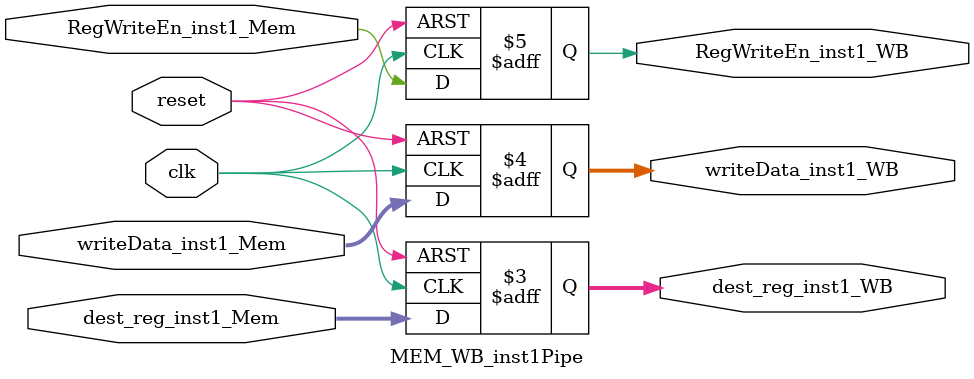
<source format=v>
module MEM_WB_inst1Pipe (
    input clk,
    input reset,
    //input [31:0] MemReadDataMem_inst1,
    //input [31:0] AluResultMem_inst1,
    input [4:0] dest_reg_inst1_Mem,
    //input [1:0] MemtoRegMem_inst1,
    input RegWriteEn_inst1_Mem ,
	 input [31:0] writeData_inst1_Mem, 

    output reg [4:0] dest_reg_inst1_WB,
	 output reg [31:0] writeData_inst1_WB,

    output reg RegWriteEn_inst1_WB 
    
    );

always @(posedge clk, negedge reset) 
    begin
        if(~reset)
        begin

        //MemReadDataWB_inst1 <= 32'b0;
        //AluResultWB_inst1<= 32'b0;
        dest_reg_inst1_WB <= 5'b0;
        //MemtoRegWB_inst1<= 2'b0;
        RegWriteEn_inst1_WB<= 1'b0 ;
		  writeData_inst1_WB <= 32'b0 ;

           
        end
		  
		else 
		begin
       // MemReadDataWB_inst1 <=MemReadDataMem_inst1;
       // AluResultWB_inst1<= AluResultMem_inst1;
        dest_reg_inst1_WB <= dest_reg_inst1_Mem;
        //MemtoRegWB_inst1 <=MemtoRegMem_inst1;
        RegWriteEn_inst1_WB <=RegWriteEn_inst1_Mem;
		  writeData_inst1_WB <= writeData_inst1_Mem;

           
       end 

		end 
    endmodule

</source>
